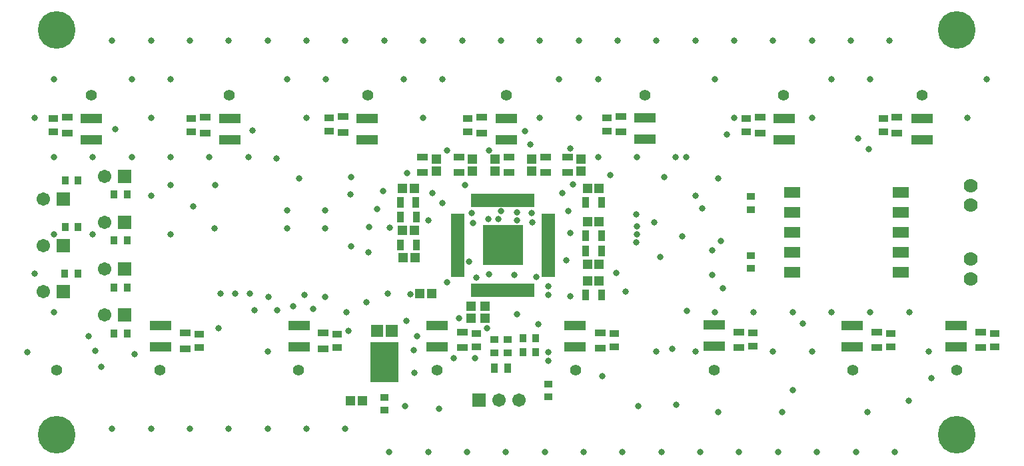
<source format=gts>
G04*
G04 #@! TF.GenerationSoftware,Altium Limited,Altium Designer,21.2.2 (38)*
G04*
G04 Layer_Color=8388736*
%FSLAX25Y25*%
%MOIN*%
G70*
G04*
G04 #@! TF.SameCoordinates,7E302BD7-B57C-4E89-9E1E-63AC0990036A*
G04*
G04*
G04 #@! TF.FilePolarity,Negative*
G04*
G01*
G75*
%ADD30R,0.03556X0.04147*%
%ADD31R,0.05721X0.03753*%
%ADD32R,0.11036X0.05131*%
%ADD33R,0.03753X0.05721*%
%ADD34R,0.04540X0.04540*%
%ADD35R,0.04540X0.04540*%
%ADD36R,0.04540X0.03753*%
%ADD37R,0.06607X0.01981*%
%ADD38R,0.01981X0.06607*%
%ADD39R,0.20485X0.20485*%
%ADD40R,0.14028X0.19934*%
%ADD41R,0.06272X0.06312*%
%ADD42R,0.04147X0.03556*%
%ADD43R,0.03753X0.04540*%
%ADD44R,0.08241X0.05800*%
%ADD45C,0.05524*%
%ADD46R,0.06706X0.06706*%
%ADD47C,0.06706*%
%ADD48C,0.18800*%
%ADD49C,0.07001*%
%ADD50C,0.03162*%
D30*
X41248Y144000D02*
D03*
X34752D02*
D03*
X59252Y90200D02*
D03*
X65748D02*
D03*
X263752Y58000D02*
D03*
X270248D02*
D03*
X59252Y136800D02*
D03*
X65748D02*
D03*
X263752Y64800D02*
D03*
X270248D02*
D03*
X41248Y120500D02*
D03*
X34752D02*
D03*
X59252Y67200D02*
D03*
X65748D02*
D03*
X59252Y113700D02*
D03*
X65748D02*
D03*
X41200Y97100D02*
D03*
X34704D02*
D03*
D31*
X94933Y59563D02*
D03*
Y67437D02*
D03*
X233500Y60063D02*
D03*
Y67937D02*
D03*
X372000D02*
D03*
Y60063D02*
D03*
X493000Y67937D02*
D03*
Y60063D02*
D03*
X105000Y167563D02*
D03*
Y175437D02*
D03*
X243200Y167563D02*
D03*
Y175437D02*
D03*
X382500Y167563D02*
D03*
Y175437D02*
D03*
X213487Y147721D02*
D03*
Y155595D02*
D03*
X275094Y147721D02*
D03*
Y155595D02*
D03*
X164000Y67437D02*
D03*
Y59563D02*
D03*
X302500Y67685D02*
D03*
Y59811D02*
D03*
X441000Y67937D02*
D03*
Y60063D02*
D03*
X231787Y155595D02*
D03*
Y147721D02*
D03*
X35936Y167563D02*
D03*
Y175437D02*
D03*
X173936Y167963D02*
D03*
Y175837D02*
D03*
X313000Y175989D02*
D03*
Y168115D02*
D03*
X451000Y175437D02*
D03*
Y167563D02*
D03*
X256834Y147721D02*
D03*
Y155595D02*
D03*
X286093Y147721D02*
D03*
Y155595D02*
D03*
D32*
X152000Y60500D02*
D03*
Y71130D02*
D03*
X290000Y60685D02*
D03*
Y71315D02*
D03*
X428500Y60685D02*
D03*
Y71315D02*
D03*
X48000Y174815D02*
D03*
Y164185D02*
D03*
X186000Y174900D02*
D03*
Y164270D02*
D03*
X325000Y175115D02*
D03*
Y164485D02*
D03*
X463500Y174815D02*
D03*
Y164185D02*
D03*
X82433Y60433D02*
D03*
Y71063D02*
D03*
X221000Y60685D02*
D03*
Y71315D02*
D03*
X359700Y60785D02*
D03*
Y71415D02*
D03*
X480500Y60685D02*
D03*
Y71315D02*
D03*
X117064Y174815D02*
D03*
Y164185D02*
D03*
X255700Y174815D02*
D03*
Y164185D02*
D03*
X394500Y174815D02*
D03*
Y164185D02*
D03*
D33*
X210385Y133000D02*
D03*
X202511D02*
D03*
X295315Y116187D02*
D03*
X303189D02*
D03*
X295315Y108607D02*
D03*
X303189D02*
D03*
X210536Y111600D02*
D03*
X202662D02*
D03*
X303189Y86594D02*
D03*
X295315D02*
D03*
X210396Y125593D02*
D03*
X202521D02*
D03*
X295321Y133000D02*
D03*
X303194D02*
D03*
D34*
X212200Y87100D02*
D03*
X218106D02*
D03*
X302000Y123093D02*
D03*
X296094D02*
D03*
X203894Y105100D02*
D03*
X209800D02*
D03*
X203658Y118999D02*
D03*
X209564D02*
D03*
X302000Y101700D02*
D03*
X296094D02*
D03*
X203700Y140000D02*
D03*
X209606D02*
D03*
X302000Y93500D02*
D03*
X296094D02*
D03*
X302006Y140000D02*
D03*
X296100D02*
D03*
X177500Y33500D02*
D03*
X183405D02*
D03*
D35*
X238693Y154405D02*
D03*
Y148500D02*
D03*
X249928Y154405D02*
D03*
Y148500D02*
D03*
X293000Y154405D02*
D03*
Y148500D02*
D03*
X237897Y74871D02*
D03*
Y80776D02*
D03*
X245000Y74871D02*
D03*
Y80776D02*
D03*
X220393Y154405D02*
D03*
Y148500D02*
D03*
X268093Y154405D02*
D03*
Y148500D02*
D03*
D36*
X101840Y66941D02*
D03*
Y60248D02*
D03*
X240500Y67347D02*
D03*
Y60654D02*
D03*
X379000Y67500D02*
D03*
Y60807D02*
D03*
X500000Y67347D02*
D03*
Y60654D02*
D03*
X98000Y168154D02*
D03*
Y174846D02*
D03*
X236200Y168154D02*
D03*
Y174846D02*
D03*
X375593Y168154D02*
D03*
Y174846D02*
D03*
X29000Y168154D02*
D03*
Y174846D02*
D03*
X171000Y66847D02*
D03*
Y60154D02*
D03*
X309500Y67347D02*
D03*
Y60654D02*
D03*
X448000Y67347D02*
D03*
Y60654D02*
D03*
X167000Y168553D02*
D03*
Y175247D02*
D03*
X306000Y168454D02*
D03*
Y175146D02*
D03*
X444094Y168154D02*
D03*
Y174846D02*
D03*
D37*
X276388Y96639D02*
D03*
Y98608D02*
D03*
Y100576D02*
D03*
Y102545D02*
D03*
Y104513D02*
D03*
Y106482D02*
D03*
Y108450D02*
D03*
Y110419D02*
D03*
Y112387D02*
D03*
Y114356D02*
D03*
Y116324D02*
D03*
Y118293D02*
D03*
Y120261D02*
D03*
Y122230D02*
D03*
Y124198D02*
D03*
Y126167D02*
D03*
X231207D02*
D03*
Y124198D02*
D03*
Y122230D02*
D03*
Y120261D02*
D03*
Y118293D02*
D03*
Y116324D02*
D03*
Y114356D02*
D03*
Y112387D02*
D03*
Y110419D02*
D03*
Y108450D02*
D03*
Y106482D02*
D03*
Y104513D02*
D03*
Y102545D02*
D03*
Y100576D02*
D03*
Y98608D02*
D03*
Y96639D02*
D03*
D38*
X268561Y133994D02*
D03*
X266593D02*
D03*
X264624D02*
D03*
X262656D02*
D03*
X260687D02*
D03*
X258719D02*
D03*
X256750D02*
D03*
X254782D02*
D03*
X252813D02*
D03*
X250845D02*
D03*
X248876D02*
D03*
X246908D02*
D03*
X244939D02*
D03*
X242971D02*
D03*
X241002D02*
D03*
X239034D02*
D03*
Y88813D02*
D03*
X241002D02*
D03*
X242971D02*
D03*
X244939D02*
D03*
X246908D02*
D03*
X248876D02*
D03*
X250845D02*
D03*
X252813D02*
D03*
X254782D02*
D03*
X256750D02*
D03*
X258719D02*
D03*
X260687D02*
D03*
X262656D02*
D03*
X264624D02*
D03*
X266593D02*
D03*
X268561D02*
D03*
D39*
X253798Y111403D02*
D03*
D40*
X194500Y52701D02*
D03*
D41*
X190878Y68378D02*
D03*
X198122D02*
D03*
D42*
X378000Y135848D02*
D03*
Y129352D02*
D03*
X249500Y57677D02*
D03*
Y64173D02*
D03*
X378000Y99852D02*
D03*
Y106348D02*
D03*
X256210Y57677D02*
D03*
Y64173D02*
D03*
X276500Y42000D02*
D03*
Y35504D02*
D03*
X194500Y35248D02*
D03*
Y28752D02*
D03*
D43*
X249654Y49917D02*
D03*
X256347D02*
D03*
D44*
X398451Y137797D02*
D03*
Y127797D02*
D03*
Y117798D02*
D03*
Y107798D02*
D03*
Y97798D02*
D03*
X452742D02*
D03*
Y107798D02*
D03*
Y117798D02*
D03*
Y127797D02*
D03*
Y137797D02*
D03*
D45*
X30400Y48900D02*
D03*
X480794D02*
D03*
X255597Y186695D02*
D03*
X220951Y48900D02*
D03*
X463471Y186695D02*
D03*
X428825Y48900D02*
D03*
X186305Y186695D02*
D03*
X151660Y48900D02*
D03*
X394180Y186695D02*
D03*
X359534Y48900D02*
D03*
X117014Y186695D02*
D03*
X82368Y48900D02*
D03*
X324888Y186695D02*
D03*
X290243Y48900D02*
D03*
X47723Y186695D02*
D03*
D46*
X64500Y76500D02*
D03*
Y146000D02*
D03*
X33894Y111300D02*
D03*
Y134500D02*
D03*
X64500Y123000D02*
D03*
X33952Y88052D02*
D03*
X64500Y99500D02*
D03*
X242000Y34000D02*
D03*
D47*
X54500Y76500D02*
D03*
Y146000D02*
D03*
X23894Y111300D02*
D03*
Y134500D02*
D03*
X54500Y123000D02*
D03*
X23952Y88052D02*
D03*
X54500Y99500D02*
D03*
X262000Y34000D02*
D03*
X252000D02*
D03*
D48*
X30400Y16420D02*
D03*
X480794Y219175D02*
D03*
X480794Y16420D02*
D03*
X30400Y219175D02*
D03*
D49*
X488000Y104500D02*
D03*
Y94657D02*
D03*
Y141342D02*
D03*
Y131500D02*
D03*
D50*
X307500Y146500D02*
D03*
X449850Y8000D02*
D03*
X430400D02*
D03*
X410950D02*
D03*
X391500D02*
D03*
X372050D02*
D03*
X352600D02*
D03*
X333150D02*
D03*
X313700D02*
D03*
X294250D02*
D03*
X274800D02*
D03*
X216450D02*
D03*
X255350D02*
D03*
X235900D02*
D03*
X197000D02*
D03*
X99000Y131000D02*
D03*
X87500Y141500D02*
D03*
X110000D02*
D03*
X165000Y120000D02*
D03*
X146000D02*
D03*
X109500D02*
D03*
X165000Y129000D02*
D03*
X146000D02*
D03*
X222000Y29500D02*
D03*
X209500Y47500D02*
D03*
X205000Y31000D02*
D03*
X303500Y46000D02*
D03*
X321500Y31000D02*
D03*
X87525Y194500D02*
D03*
X408450Y58350D02*
D03*
X398725Y77800D02*
D03*
X369550Y175050D02*
D03*
X155600Y213950D02*
D03*
X330650Y58350D02*
D03*
X340375Y155600D02*
D03*
X204225Y194500D02*
D03*
X486250Y175050D02*
D03*
X379275Y77800D02*
D03*
X48625Y155600D02*
D03*
X19450Y175050D02*
D03*
Y97250D02*
D03*
X437625Y194500D02*
D03*
X175050Y19450D02*
D03*
X155600Y175050D02*
D03*
X311200Y213950D02*
D03*
X194500D02*
D03*
X165325Y194500D02*
D03*
X350100Y58350D02*
D03*
X418175Y77800D02*
D03*
X136150Y58350D02*
D03*
X457075Y77800D02*
D03*
X87525Y155600D02*
D03*
X291750Y175050D02*
D03*
X427900Y213950D02*
D03*
X77800Y136150D02*
D03*
X126425Y155600D02*
D03*
X350100Y136150D02*
D03*
X282025Y194500D02*
D03*
X369550Y213950D02*
D03*
X97250D02*
D03*
X447350D02*
D03*
X408450D02*
D03*
X495975Y194500D02*
D03*
X223675D02*
D03*
X389000Y58350D02*
D03*
X29175Y77800D02*
D03*
X213950Y213950D02*
D03*
X77800D02*
D03*
X398725Y38900D02*
D03*
X29175Y155600D02*
D03*
X97250Y19450D02*
D03*
X116700Y213950D02*
D03*
X320925Y116700D02*
D03*
X408450Y175050D02*
D03*
X58350Y213950D02*
D03*
X77800Y19450D02*
D03*
X155600D02*
D03*
X301475Y194500D02*
D03*
X77800Y175050D02*
D03*
X359825Y77800D02*
D03*
X272300Y213950D02*
D03*
X320925Y155600D02*
D03*
X58350Y19450D02*
D03*
X136150Y213950D02*
D03*
X272300Y175050D02*
D03*
X252850Y213950D02*
D03*
X330650D02*
D03*
X68075Y194500D02*
D03*
Y155600D02*
D03*
X213950Y175050D02*
D03*
X291750Y213950D02*
D03*
X418175Y194500D02*
D03*
X116700Y19450D02*
D03*
X301475Y155600D02*
D03*
X29175Y116700D02*
D03*
X136150Y19450D02*
D03*
X350100Y213950D02*
D03*
X48625Y116700D02*
D03*
X389000Y213950D02*
D03*
X145875Y194500D02*
D03*
X233400Y213950D02*
D03*
X466800Y58350D02*
D03*
X29175Y194500D02*
D03*
X175050Y213950D02*
D03*
X87525Y116700D02*
D03*
X106975Y155600D02*
D03*
X437625Y77800D02*
D03*
X359825Y194500D02*
D03*
X154500Y86500D02*
D03*
X218500Y137500D02*
D03*
X186500Y108000D02*
D03*
X205544Y73694D02*
D03*
X320500Y113000D02*
D03*
X393582Y27732D02*
D03*
X358500Y96500D02*
D03*
X175500Y78000D02*
D03*
X270500Y95500D02*
D03*
X226000Y159000D02*
D03*
X276500Y86600D02*
D03*
X165000Y85500D02*
D03*
X112400Y87100D02*
D03*
X191000Y129500D02*
D03*
X246000Y70000D02*
D03*
X289000Y142000D02*
D03*
X321000Y121000D02*
D03*
X253488Y119505D02*
D03*
X468082Y44732D02*
D03*
X361500Y145000D02*
D03*
X261000Y128000D02*
D03*
X240519Y95095D02*
D03*
X268635Y122985D02*
D03*
X247000Y159000D02*
D03*
X276500Y91003D02*
D03*
X16000Y58000D02*
D03*
X187000Y120500D02*
D03*
X207500Y87000D02*
D03*
X229163Y54862D02*
D03*
X249488Y119505D02*
D03*
X259500Y96500D02*
D03*
X206000Y147500D02*
D03*
X353500Y130000D02*
D03*
X285500Y104000D02*
D03*
X261000Y124000D02*
D03*
X140500Y155000D02*
D03*
X338700Y59400D02*
D03*
X276400Y57900D02*
D03*
X197085Y120242D02*
D03*
X196062Y87186D02*
D03*
X240000Y55000D02*
D03*
X223500Y132500D02*
D03*
X334500Y145500D02*
D03*
X209163Y58862D02*
D03*
X287500Y160000D02*
D03*
X136500Y85500D02*
D03*
X247000Y97000D02*
D03*
X287600Y85800D02*
D03*
X251500Y124630D02*
D03*
X185662Y82986D02*
D03*
X345500Y155500D02*
D03*
X60000Y169500D02*
D03*
X283500Y137500D02*
D03*
X129500Y79000D02*
D03*
X211000Y66000D02*
D03*
X249000Y103500D02*
D03*
X239000Y122500D02*
D03*
X177500Y137000D02*
D03*
X127223Y87077D02*
D03*
X53000Y50500D02*
D03*
X320500Y127000D02*
D03*
X128500Y169000D02*
D03*
X366000Y167000D02*
D03*
X69500Y57000D02*
D03*
X232000Y75000D02*
D03*
X235000Y141500D02*
D03*
X152000Y145000D02*
D03*
X119800Y87100D02*
D03*
X271500Y72000D02*
D03*
X286500Y128500D02*
D03*
X315364Y88061D02*
D03*
X329500Y123000D02*
D03*
X265019Y168596D02*
D03*
X287500Y117500D02*
D03*
X46500Y66000D02*
D03*
X178000Y111000D02*
D03*
X176500Y68500D02*
D03*
X238276Y127637D02*
D03*
X178000Y145500D02*
D03*
X257500Y103500D02*
D03*
X226000Y93000D02*
D03*
X310400Y97500D02*
D03*
X332500Y105500D02*
D03*
X343500Y116000D02*
D03*
X457000Y33500D02*
D03*
X431500Y165000D02*
D03*
X50000Y58500D02*
D03*
X141000Y79000D02*
D03*
X149000Y81000D02*
D03*
X246500Y124500D02*
D03*
X193864Y138561D02*
D03*
X253500Y103500D02*
D03*
X364000Y90000D02*
D03*
X346000Y78500D02*
D03*
X436082Y27732D02*
D03*
X358500Y109000D02*
D03*
X268100Y127500D02*
D03*
X437000Y159500D02*
D03*
X267500Y162000D02*
D03*
X159000Y79500D02*
D03*
X253000Y128500D02*
D03*
X216500Y124000D02*
D03*
X403813Y72196D02*
D03*
X361582Y27732D02*
D03*
X363000Y113500D02*
D03*
X261000Y77000D02*
D03*
X111500Y70000D02*
D03*
X237019Y103095D02*
D03*
X340700Y31400D02*
D03*
X276500Y53400D02*
D03*
M02*

</source>
